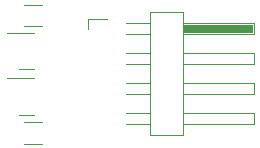
<source format=gbr>
%TF.GenerationSoftware,KiCad,Pcbnew,7.0.5*%
%TF.CreationDate,2023-08-03T20:15:09-04:00*%
%TF.ProjectId,Servo_Signal_V_shifter,53657276-6f5f-4536-9967-6e616c5f565f,rev?*%
%TF.SameCoordinates,Original*%
%TF.FileFunction,Legend,Top*%
%TF.FilePolarity,Positive*%
%FSLAX46Y46*%
G04 Gerber Fmt 4.6, Leading zero omitted, Abs format (unit mm)*
G04 Created by KiCad (PCBNEW 7.0.5) date 2023-08-03 20:15:09*
%MOMM*%
%LPD*%
G01*
G04 APERTURE LIST*
%ADD10C,0.120000*%
%ADD11R,6.000000X0.760000*%
G04 APERTURE END LIST*
D10*
%TO.C,R2*%
X152422936Y-80278621D02*
X153877064Y-80278621D01*
X152422936Y-82098621D02*
X153877064Y-82098621D01*
%TO.C,R1*%
X153877064Y-72128621D02*
X152422936Y-72128621D01*
X153877064Y-70308621D02*
X152422936Y-70308621D01*
%TO.C,Q2*%
X152622500Y-72688621D02*
X153272500Y-72688621D01*
X152622500Y-75808621D02*
X153272500Y-75808621D01*
X152622500Y-72688621D02*
X150947500Y-72688621D01*
X152622500Y-75808621D02*
X151972500Y-75808621D01*
%TO.C,Q1*%
X152622500Y-76518621D02*
X153272500Y-76518621D01*
X152622500Y-79638621D02*
X153272500Y-79638621D01*
X152622500Y-76518621D02*
X150947500Y-76518621D01*
X152622500Y-79638621D02*
X151972500Y-79638621D01*
%TO.C,J1*%
X165840000Y-70963621D02*
X165840000Y-81363621D01*
X171840000Y-75333621D02*
X165840000Y-75333621D01*
X171840000Y-74453621D02*
X171840000Y-75333621D01*
X157850000Y-72353621D02*
X157850000Y-71533621D01*
X160990000Y-74453621D02*
X163100000Y-74453621D01*
X165840000Y-74453621D02*
X171840000Y-74453621D01*
X171840000Y-80413621D02*
X165840000Y-80413621D01*
X165840000Y-79533621D02*
X171840000Y-79533621D01*
X171840000Y-79533621D02*
X171840000Y-80413621D01*
X163100000Y-81363621D02*
X163100000Y-70963621D01*
X165840000Y-81363621D02*
X163100000Y-81363621D01*
X171840000Y-72793621D02*
X165840000Y-72793621D01*
X171840000Y-76993621D02*
X171840000Y-77873621D01*
X157850000Y-71533621D02*
X159420000Y-71533621D01*
X171840000Y-77873621D02*
X165840000Y-77873621D01*
X160990000Y-80413621D02*
X163100000Y-80413621D01*
X160990000Y-77873621D02*
X163100000Y-77873621D01*
X160990000Y-79533621D02*
X163100000Y-79533621D01*
X160990000Y-71913621D02*
X163100000Y-71913621D01*
X160990000Y-76993621D02*
X163100000Y-76993621D01*
X160990000Y-72793621D02*
X163100000Y-72793621D01*
X163100000Y-70963621D02*
X165840000Y-70963621D01*
X171840000Y-71913621D02*
X171840000Y-72793621D01*
X165840000Y-71913621D02*
X171840000Y-71913621D01*
X165840000Y-76993621D02*
X171840000Y-76993621D01*
X160990000Y-75333621D02*
X163100000Y-75333621D01*
%TD*%
D11*
%TO.C,J1*%
X168840000Y-72353621D03*
%TD*%
M02*

</source>
